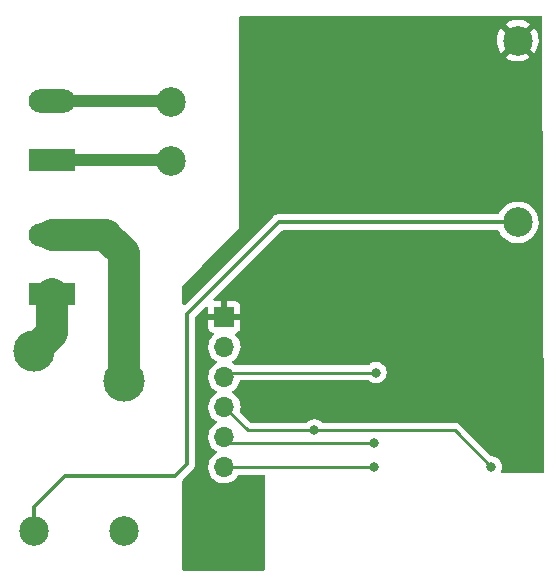
<source format=gbl>
G04 #@! TF.GenerationSoftware,KiCad,Pcbnew,6.0.7-f9a2dced07~116~ubuntu20.04.1*
G04 #@! TF.CreationDate,2022-10-29T19:31:28+02:00*
G04 #@! TF.ProjectId,AC Relay,41432052-656c-4617-992e-6b696361645f,rev?*
G04 #@! TF.SameCoordinates,Original*
G04 #@! TF.FileFunction,Copper,L2,Bot*
G04 #@! TF.FilePolarity,Positive*
%FSLAX46Y46*%
G04 Gerber Fmt 4.6, Leading zero omitted, Abs format (unit mm)*
G04 Created by KiCad (PCBNEW 6.0.7-f9a2dced07~116~ubuntu20.04.1) date 2022-10-29 19:31:28*
%MOMM*%
%LPD*%
G01*
G04 APERTURE LIST*
G04 #@! TA.AperFunction,ComponentPad*
%ADD10C,2.500000*%
G04 #@! TD*
G04 #@! TA.AperFunction,ComponentPad*
%ADD11R,3.960000X1.980000*%
G04 #@! TD*
G04 #@! TA.AperFunction,ComponentPad*
%ADD12O,3.960000X1.980000*%
G04 #@! TD*
G04 #@! TA.AperFunction,ComponentPad*
%ADD13O,1.700000X1.700000*%
G04 #@! TD*
G04 #@! TA.AperFunction,ComponentPad*
%ADD14R,1.700000X1.700000*%
G04 #@! TD*
G04 #@! TA.AperFunction,ComponentPad*
%ADD15C,3.500000*%
G04 #@! TD*
G04 #@! TA.AperFunction,ViaPad*
%ADD16C,0.800000*%
G04 #@! TD*
G04 #@! TA.AperFunction,Conductor*
%ADD17C,2.700000*%
G04 #@! TD*
G04 #@! TA.AperFunction,Conductor*
%ADD18C,0.350000*%
G04 #@! TD*
G04 #@! TA.AperFunction,Conductor*
%ADD19C,0.250000*%
G04 #@! TD*
G04 #@! TA.AperFunction,Conductor*
%ADD20C,1.000000*%
G04 #@! TD*
G04 APERTURE END LIST*
D10*
X85358000Y-55572000D03*
X85358000Y-60572000D03*
X114758000Y-50372000D03*
X114758000Y-65772000D03*
D11*
X75300000Y-60452000D03*
D12*
X75300000Y-55452000D03*
D11*
X75300000Y-71865000D03*
D12*
X75300000Y-66865000D03*
D13*
X89916000Y-86487000D03*
X89916000Y-83947000D03*
X89916000Y-81407000D03*
X89916000Y-78867000D03*
X89916000Y-76327000D03*
D14*
X89916000Y-73787000D03*
D15*
X81392500Y-79213000D03*
X73792500Y-76673000D03*
D10*
X73792500Y-91913000D03*
X81392500Y-91913000D03*
D16*
X102743000Y-78486000D03*
X97536000Y-83367999D03*
X112522000Y-86487000D03*
X102616000Y-84455000D03*
X102616000Y-86487000D03*
D17*
X75300000Y-71865000D02*
X75300000Y-75165500D01*
X75300000Y-75165500D02*
X73792500Y-76673000D01*
X81392500Y-79213000D02*
X81392500Y-68392500D01*
X81392500Y-68392500D02*
X79882000Y-66882000D01*
D18*
X73792500Y-89907500D02*
X73792500Y-91913000D01*
X76451000Y-87249000D02*
X73792500Y-89907500D01*
X85725000Y-87249000D02*
X76451000Y-87249000D01*
X86741000Y-73533000D02*
X86741000Y-86233000D01*
X86741000Y-86233000D02*
X85725000Y-87249000D01*
X94502000Y-65772000D02*
X86741000Y-73533000D01*
X114758000Y-65772000D02*
X94502000Y-65772000D01*
D17*
X75300000Y-66865000D02*
X79865000Y-66865000D01*
D19*
X79865000Y-66865000D02*
X79882000Y-66882000D01*
D20*
X75692000Y-55452000D02*
X85238000Y-55452000D01*
D19*
X85238000Y-55452000D02*
X85358000Y-55572000D01*
X85238000Y-60452000D02*
X85358000Y-60572000D01*
D20*
X75692000Y-60452000D02*
X85238000Y-60452000D01*
D19*
X90297000Y-78486000D02*
X89916000Y-78867000D01*
X102743000Y-78486000D02*
X90297000Y-78486000D01*
X109402999Y-83367999D02*
X112522000Y-86487000D01*
X97536000Y-83367999D02*
X109402999Y-83367999D01*
X91876999Y-83367999D02*
X89916000Y-81407000D01*
X97536000Y-83367999D02*
X91876999Y-83367999D01*
X90424000Y-84455000D02*
X89916000Y-83947000D01*
X102616000Y-84455000D02*
X90424000Y-84455000D01*
X97155000Y-86487000D02*
X102616000Y-86487000D01*
X97155000Y-86487000D02*
X89916000Y-86487000D01*
G04 #@! TA.AperFunction,Conductor*
G36*
X116782534Y-48280002D02*
G01*
X116829027Y-48333658D01*
X116840412Y-48385586D01*
X116966529Y-86851068D01*
X116966586Y-86868587D01*
X116946808Y-86936773D01*
X116893305Y-86983441D01*
X116840587Y-86995000D01*
X113485618Y-86995000D01*
X113417497Y-86974998D01*
X113371004Y-86921342D01*
X113360900Y-86851068D01*
X113365785Y-86830064D01*
X113413502Y-86683206D01*
X113415542Y-86676928D01*
X113419626Y-86638077D01*
X113434814Y-86493565D01*
X113435504Y-86487000D01*
X113428061Y-86416182D01*
X113416232Y-86303635D01*
X113416232Y-86303633D01*
X113415542Y-86297072D01*
X113356527Y-86115444D01*
X113261040Y-85950056D01*
X113164503Y-85842840D01*
X113137675Y-85813045D01*
X113137674Y-85813044D01*
X113133253Y-85808134D01*
X112978752Y-85695882D01*
X112972724Y-85693198D01*
X112972722Y-85693197D01*
X112810319Y-85620891D01*
X112810318Y-85620891D01*
X112804288Y-85618206D01*
X112710888Y-85598353D01*
X112623944Y-85579872D01*
X112623939Y-85579872D01*
X112617487Y-85578500D01*
X112561594Y-85578500D01*
X112493473Y-85558498D01*
X112472499Y-85541595D01*
X111202540Y-84271635D01*
X109906651Y-82975746D01*
X109899111Y-82967460D01*
X109894999Y-82960981D01*
X109845347Y-82914355D01*
X109842506Y-82911601D01*
X109822769Y-82891864D01*
X109819572Y-82889384D01*
X109810550Y-82881679D01*
X109784099Y-82856840D01*
X109778320Y-82851413D01*
X109771374Y-82847594D01*
X109771371Y-82847592D01*
X109760565Y-82841651D01*
X109744046Y-82830800D01*
X109743582Y-82830440D01*
X109728040Y-82818385D01*
X109720771Y-82815240D01*
X109720767Y-82815237D01*
X109687462Y-82800825D01*
X109676812Y-82795608D01*
X109638059Y-82774304D01*
X109618436Y-82769266D01*
X109599733Y-82762862D01*
X109588419Y-82757966D01*
X109588418Y-82757966D01*
X109581144Y-82754818D01*
X109573321Y-82753579D01*
X109573311Y-82753576D01*
X109537475Y-82747900D01*
X109525855Y-82745494D01*
X109490710Y-82736471D01*
X109490709Y-82736471D01*
X109483029Y-82734499D01*
X109462775Y-82734499D01*
X109443064Y-82732948D01*
X109430885Y-82731019D01*
X109423056Y-82729779D01*
X109415164Y-82730525D01*
X109379038Y-82733940D01*
X109367180Y-82734499D01*
X98244200Y-82734499D01*
X98176079Y-82714497D01*
X98156853Y-82698156D01*
X98156580Y-82698459D01*
X98151668Y-82694036D01*
X98147253Y-82689133D01*
X97992752Y-82576881D01*
X97986724Y-82574197D01*
X97986722Y-82574196D01*
X97824319Y-82501890D01*
X97824318Y-82501890D01*
X97818288Y-82499205D01*
X97724887Y-82479352D01*
X97637944Y-82460871D01*
X97637939Y-82460871D01*
X97631487Y-82459499D01*
X97440513Y-82459499D01*
X97434061Y-82460871D01*
X97434056Y-82460871D01*
X97347113Y-82479352D01*
X97253712Y-82499205D01*
X97247682Y-82501890D01*
X97247681Y-82501890D01*
X97085278Y-82574196D01*
X97085276Y-82574197D01*
X97079248Y-82576881D01*
X96924747Y-82689133D01*
X96920332Y-82694036D01*
X96915420Y-82698459D01*
X96914295Y-82697210D01*
X96860986Y-82730050D01*
X96827800Y-82734499D01*
X92191594Y-82734499D01*
X92123473Y-82714497D01*
X92102499Y-82697594D01*
X91267218Y-81862313D01*
X91233192Y-81800001D01*
X91235755Y-81736589D01*
X91246865Y-81700022D01*
X91248370Y-81695069D01*
X91277529Y-81473590D01*
X91279156Y-81407000D01*
X91260852Y-81184361D01*
X91206431Y-80967702D01*
X91117354Y-80762840D01*
X90996014Y-80575277D01*
X90845670Y-80410051D01*
X90841619Y-80406852D01*
X90841615Y-80406848D01*
X90674414Y-80274800D01*
X90674410Y-80274798D01*
X90670359Y-80271598D01*
X90629053Y-80248796D01*
X90579084Y-80198364D01*
X90564312Y-80128921D01*
X90589428Y-80062516D01*
X90616780Y-80035909D01*
X90660603Y-80004650D01*
X90795860Y-79908173D01*
X90954096Y-79750489D01*
X91013594Y-79667689D01*
X91081435Y-79573277D01*
X91084453Y-79569077D01*
X91183430Y-79368811D01*
X91232024Y-79208871D01*
X91270965Y-79149507D01*
X91335819Y-79120620D01*
X91352582Y-79119500D01*
X102034800Y-79119500D01*
X102102921Y-79139502D01*
X102122147Y-79155843D01*
X102122420Y-79155540D01*
X102127332Y-79159963D01*
X102131747Y-79164866D01*
X102286248Y-79277118D01*
X102292276Y-79279802D01*
X102292278Y-79279803D01*
X102454681Y-79352109D01*
X102460712Y-79354794D01*
X102548495Y-79373453D01*
X102641056Y-79393128D01*
X102641061Y-79393128D01*
X102647513Y-79394500D01*
X102838487Y-79394500D01*
X102844939Y-79393128D01*
X102844944Y-79393128D01*
X102937505Y-79373453D01*
X103025288Y-79354794D01*
X103031319Y-79352109D01*
X103193722Y-79279803D01*
X103193724Y-79279802D01*
X103199752Y-79277118D01*
X103354253Y-79164866D01*
X103447084Y-79061767D01*
X103477621Y-79027852D01*
X103477622Y-79027851D01*
X103482040Y-79022944D01*
X103577527Y-78857556D01*
X103636542Y-78675928D01*
X103656504Y-78486000D01*
X103655814Y-78479435D01*
X103637232Y-78302635D01*
X103637232Y-78302633D01*
X103636542Y-78296072D01*
X103577527Y-78114444D01*
X103482040Y-77949056D01*
X103387925Y-77844530D01*
X103358675Y-77812045D01*
X103358674Y-77812044D01*
X103354253Y-77807134D01*
X103199752Y-77694882D01*
X103193724Y-77692198D01*
X103193722Y-77692197D01*
X103031319Y-77619891D01*
X103031318Y-77619891D01*
X103025288Y-77617206D01*
X102926200Y-77596144D01*
X102844944Y-77578872D01*
X102844939Y-77578872D01*
X102838487Y-77577500D01*
X102647513Y-77577500D01*
X102641061Y-77578872D01*
X102641056Y-77578872D01*
X102559800Y-77596144D01*
X102460712Y-77617206D01*
X102454682Y-77619891D01*
X102454681Y-77619891D01*
X102292278Y-77692197D01*
X102292276Y-77692198D01*
X102286248Y-77694882D01*
X102280907Y-77698762D01*
X102280906Y-77698763D01*
X102235713Y-77731598D01*
X102131747Y-77807134D01*
X102127332Y-77812037D01*
X102122420Y-77816460D01*
X102121295Y-77815211D01*
X102067986Y-77848051D01*
X102034800Y-77852500D01*
X90867202Y-77852500D01*
X90799081Y-77832498D01*
X90789110Y-77825382D01*
X90674414Y-77734800D01*
X90674410Y-77734798D01*
X90670359Y-77731598D01*
X90629053Y-77708796D01*
X90579084Y-77658364D01*
X90564312Y-77588921D01*
X90589428Y-77522516D01*
X90616780Y-77495909D01*
X90660603Y-77464650D01*
X90795860Y-77368173D01*
X90954096Y-77210489D01*
X91013594Y-77127689D01*
X91081435Y-77033277D01*
X91084453Y-77029077D01*
X91183430Y-76828811D01*
X91248370Y-76615069D01*
X91277529Y-76393590D01*
X91279156Y-76327000D01*
X91260852Y-76104361D01*
X91206431Y-75887702D01*
X91117354Y-75682840D01*
X90996014Y-75495277D01*
X90992540Y-75491459D01*
X90992533Y-75491450D01*
X90848435Y-75333088D01*
X90817383Y-75269242D01*
X90825779Y-75198744D01*
X90870956Y-75143976D01*
X90897400Y-75130307D01*
X91004052Y-75090325D01*
X91019649Y-75081786D01*
X91121724Y-75005285D01*
X91134285Y-74992724D01*
X91210786Y-74890649D01*
X91219324Y-74875054D01*
X91264478Y-74754606D01*
X91268105Y-74739351D01*
X91273631Y-74688486D01*
X91274000Y-74681672D01*
X91274000Y-74059115D01*
X91269525Y-74043876D01*
X91268135Y-74042671D01*
X91260452Y-74041000D01*
X88576116Y-74041000D01*
X88560877Y-74045475D01*
X88559672Y-74046865D01*
X88558001Y-74054548D01*
X88558001Y-74681669D01*
X88558371Y-74688490D01*
X88563895Y-74739352D01*
X88567521Y-74754604D01*
X88612676Y-74875054D01*
X88621214Y-74890649D01*
X88697715Y-74992724D01*
X88710276Y-75005285D01*
X88812351Y-75081786D01*
X88827946Y-75090324D01*
X88936827Y-75131142D01*
X88993591Y-75173784D01*
X89018291Y-75240345D01*
X89003083Y-75309694D01*
X88983691Y-75336175D01*
X88860200Y-75465401D01*
X88856629Y-75469138D01*
X88730743Y-75653680D01*
X88636688Y-75856305D01*
X88576989Y-76071570D01*
X88553251Y-76293695D01*
X88553548Y-76298848D01*
X88553548Y-76298851D01*
X88559011Y-76393590D01*
X88566110Y-76516715D01*
X88567247Y-76521761D01*
X88567248Y-76521767D01*
X88587119Y-76609939D01*
X88615222Y-76734639D01*
X88699266Y-76941616D01*
X88815987Y-77132088D01*
X88962250Y-77300938D01*
X89134126Y-77443632D01*
X89204595Y-77484811D01*
X89207445Y-77486476D01*
X89256169Y-77538114D01*
X89269240Y-77607897D01*
X89242509Y-77673669D01*
X89202055Y-77707027D01*
X89189607Y-77713507D01*
X89185474Y-77716610D01*
X89185471Y-77716612D01*
X89015100Y-77844530D01*
X89010965Y-77847635D01*
X88856629Y-78009138D01*
X88730743Y-78193680D01*
X88636688Y-78396305D01*
X88576989Y-78611570D01*
X88553251Y-78833695D01*
X88566110Y-79056715D01*
X88567247Y-79061761D01*
X88567248Y-79061767D01*
X88580259Y-79119500D01*
X88615222Y-79274639D01*
X88699266Y-79481616D01*
X88815987Y-79672088D01*
X88962250Y-79840938D01*
X89134126Y-79983632D01*
X89204595Y-80024811D01*
X89207445Y-80026476D01*
X89256169Y-80078114D01*
X89269240Y-80147897D01*
X89242509Y-80213669D01*
X89202055Y-80247027D01*
X89189607Y-80253507D01*
X89185474Y-80256610D01*
X89185471Y-80256612D01*
X89161247Y-80274800D01*
X89010965Y-80387635D01*
X88856629Y-80549138D01*
X88730743Y-80733680D01*
X88715003Y-80767590D01*
X88656918Y-80892724D01*
X88636688Y-80936305D01*
X88576989Y-81151570D01*
X88553251Y-81373695D01*
X88553548Y-81378848D01*
X88553548Y-81378851D01*
X88559011Y-81473590D01*
X88566110Y-81596715D01*
X88567247Y-81601761D01*
X88567248Y-81601767D01*
X88587119Y-81689939D01*
X88615222Y-81814639D01*
X88699266Y-82021616D01*
X88815987Y-82212088D01*
X88962250Y-82380938D01*
X89134126Y-82523632D01*
X89204595Y-82564811D01*
X89207445Y-82566476D01*
X89256169Y-82618114D01*
X89269240Y-82687897D01*
X89242509Y-82753669D01*
X89202055Y-82787027D01*
X89189607Y-82793507D01*
X89185474Y-82796610D01*
X89185471Y-82796612D01*
X89054873Y-82894668D01*
X89010965Y-82927635D01*
X88856629Y-83089138D01*
X88730743Y-83273680D01*
X88636688Y-83476305D01*
X88576989Y-83691570D01*
X88553251Y-83913695D01*
X88553548Y-83918848D01*
X88553548Y-83918851D01*
X88563038Y-84083444D01*
X88566110Y-84136715D01*
X88567247Y-84141761D01*
X88567248Y-84141767D01*
X88591304Y-84248508D01*
X88615222Y-84354639D01*
X88699266Y-84561616D01*
X88815987Y-84752088D01*
X88962250Y-84920938D01*
X89134126Y-85063632D01*
X89176683Y-85088500D01*
X89207445Y-85106476D01*
X89256169Y-85158114D01*
X89269240Y-85227897D01*
X89242509Y-85293669D01*
X89202055Y-85327027D01*
X89189607Y-85333507D01*
X89185474Y-85336610D01*
X89185471Y-85336612D01*
X89042935Y-85443631D01*
X89010965Y-85467635D01*
X89007393Y-85471373D01*
X88911702Y-85571508D01*
X88856629Y-85629138D01*
X88730743Y-85813680D01*
X88636688Y-86016305D01*
X88576989Y-86231570D01*
X88553251Y-86453695D01*
X88553548Y-86458848D01*
X88553548Y-86458851D01*
X88560554Y-86580355D01*
X88566110Y-86676715D01*
X88567247Y-86681761D01*
X88567248Y-86681767D01*
X88579506Y-86736156D01*
X88615222Y-86894639D01*
X88699266Y-87101616D01*
X88815987Y-87292088D01*
X88962250Y-87460938D01*
X89134126Y-87603632D01*
X89327000Y-87716338D01*
X89535692Y-87796030D01*
X89540760Y-87797061D01*
X89540763Y-87797062D01*
X89648017Y-87818883D01*
X89754597Y-87840567D01*
X89759772Y-87840757D01*
X89759774Y-87840757D01*
X89972673Y-87848564D01*
X89972677Y-87848564D01*
X89977837Y-87848753D01*
X89982957Y-87848097D01*
X89982959Y-87848097D01*
X90194288Y-87821025D01*
X90194289Y-87821025D01*
X90199416Y-87820368D01*
X90204366Y-87818883D01*
X90408429Y-87757661D01*
X90408434Y-87757659D01*
X90413384Y-87756174D01*
X90613994Y-87657896D01*
X90795860Y-87528173D01*
X90954096Y-87370489D01*
X90964656Y-87355794D01*
X91081435Y-87193277D01*
X91084453Y-87189077D01*
X91086746Y-87184437D01*
X91088446Y-87181608D01*
X91140674Y-87133518D01*
X91196451Y-87120500D01*
X93219000Y-87120500D01*
X93287121Y-87140502D01*
X93333614Y-87194158D01*
X93345000Y-87246500D01*
X93345000Y-95124000D01*
X93324998Y-95192121D01*
X93271342Y-95238614D01*
X93219000Y-95250000D01*
X86486000Y-95250000D01*
X86417879Y-95229998D01*
X86371386Y-95176342D01*
X86360000Y-95124000D01*
X86360000Y-87632805D01*
X86380002Y-87564684D01*
X86396905Y-87543710D01*
X87204459Y-86736156D01*
X87210724Y-86730302D01*
X87246945Y-86698704D01*
X87252670Y-86693710D01*
X87288066Y-86643345D01*
X87291980Y-86638077D01*
X87325248Y-86595649D01*
X87329935Y-86589672D01*
X87333061Y-86582748D01*
X87335671Y-86578439D01*
X87341042Y-86569024D01*
X87343427Y-86564576D01*
X87347795Y-86558361D01*
X87370144Y-86501039D01*
X87372698Y-86494962D01*
X87379258Y-86480435D01*
X87398014Y-86438895D01*
X87399400Y-86431418D01*
X87400910Y-86426598D01*
X87403878Y-86416182D01*
X87405131Y-86411302D01*
X87407889Y-86404228D01*
X87415921Y-86343223D01*
X87416953Y-86336710D01*
X87426777Y-86283701D01*
X87426777Y-86283699D01*
X87428161Y-86276232D01*
X87424709Y-86216357D01*
X87424500Y-86209105D01*
X87424500Y-73868305D01*
X87444502Y-73800184D01*
X87461405Y-73779210D01*
X88342905Y-72897710D01*
X88405217Y-72863684D01*
X88476032Y-72868749D01*
X88532868Y-72911296D01*
X88557679Y-72977816D01*
X88558000Y-72986805D01*
X88558000Y-73514885D01*
X88562475Y-73530124D01*
X88563865Y-73531329D01*
X88571548Y-73533000D01*
X89643885Y-73533000D01*
X89659124Y-73528525D01*
X89660329Y-73527135D01*
X89662000Y-73519452D01*
X89662000Y-73514885D01*
X90170000Y-73514885D01*
X90174475Y-73530124D01*
X90175865Y-73531329D01*
X90183548Y-73533000D01*
X91255884Y-73533000D01*
X91271123Y-73528525D01*
X91272328Y-73527135D01*
X91273999Y-73519452D01*
X91273999Y-72892331D01*
X91273629Y-72885510D01*
X91268105Y-72834648D01*
X91264479Y-72819396D01*
X91219324Y-72698946D01*
X91210786Y-72683351D01*
X91134285Y-72581276D01*
X91121724Y-72568715D01*
X91019649Y-72492214D01*
X91004054Y-72483676D01*
X90883606Y-72438522D01*
X90868351Y-72434895D01*
X90817486Y-72429369D01*
X90810672Y-72429000D01*
X90188115Y-72429000D01*
X90172876Y-72433475D01*
X90171671Y-72434865D01*
X90170000Y-72442548D01*
X90170000Y-73514885D01*
X89662000Y-73514885D01*
X89662000Y-72447116D01*
X89657525Y-72431877D01*
X89656135Y-72430672D01*
X89648452Y-72429001D01*
X89115804Y-72429001D01*
X89047683Y-72408999D01*
X89001190Y-72355343D01*
X88991086Y-72285069D01*
X89020580Y-72220489D01*
X89026709Y-72213906D01*
X94748210Y-66492405D01*
X94810522Y-66458379D01*
X94837305Y-66455500D01*
X113053556Y-66455500D01*
X113121677Y-66475502D01*
X113164548Y-66521862D01*
X113213753Y-66613437D01*
X113270737Y-66719491D01*
X113273532Y-66723234D01*
X113273534Y-66723237D01*
X113424330Y-66925177D01*
X113424335Y-66925183D01*
X113427122Y-66928915D01*
X113430431Y-66932195D01*
X113430436Y-66932201D01*
X113609426Y-67109635D01*
X113612743Y-67112923D01*
X113616505Y-67115681D01*
X113616508Y-67115684D01*
X113819750Y-67264707D01*
X113823524Y-67267474D01*
X113827667Y-67269654D01*
X113827669Y-67269655D01*
X114050684Y-67386989D01*
X114050689Y-67386991D01*
X114054834Y-67389172D01*
X114301590Y-67475344D01*
X114306183Y-67476216D01*
X114553785Y-67523224D01*
X114553788Y-67523224D01*
X114558374Y-67524095D01*
X114688958Y-67529226D01*
X114814875Y-67534174D01*
X114814881Y-67534174D01*
X114819543Y-67534357D01*
X114898977Y-67525657D01*
X115074707Y-67506412D01*
X115074712Y-67506411D01*
X115079360Y-67505902D01*
X115192116Y-67476216D01*
X115327594Y-67440548D01*
X115327596Y-67440547D01*
X115332117Y-67439357D01*
X115572262Y-67336182D01*
X115794519Y-67198646D01*
X115798082Y-67195629D01*
X115798087Y-67195626D01*
X115990439Y-67032787D01*
X115990440Y-67032786D01*
X115994005Y-67029768D01*
X116085729Y-66925177D01*
X116163257Y-66836774D01*
X116163261Y-66836769D01*
X116166339Y-66833259D01*
X116307733Y-66613437D01*
X116415083Y-66375129D01*
X116440022Y-66286704D01*
X116484760Y-66128076D01*
X116484761Y-66128073D01*
X116486030Y-66123572D01*
X116499968Y-66014010D01*
X116518616Y-65867421D01*
X116518616Y-65867417D01*
X116519014Y-65864291D01*
X116519302Y-65853321D01*
X116521348Y-65775160D01*
X116521431Y-65772000D01*
X116502061Y-65511348D01*
X116494546Y-65478133D01*
X116445408Y-65260980D01*
X116444377Y-65256423D01*
X116414410Y-65179362D01*
X116351340Y-65017176D01*
X116351339Y-65017173D01*
X116349647Y-65012823D01*
X116219951Y-64785902D01*
X116058138Y-64580643D01*
X115867763Y-64401557D01*
X115653009Y-64252576D01*
X115648816Y-64250508D01*
X115422781Y-64139040D01*
X115422778Y-64139039D01*
X115418593Y-64136975D01*
X115372449Y-64122204D01*
X115174123Y-64058720D01*
X115169665Y-64057293D01*
X114911693Y-64015279D01*
X114797942Y-64013790D01*
X114655022Y-64011919D01*
X114655019Y-64011919D01*
X114650345Y-64011858D01*
X114391362Y-64047104D01*
X114140433Y-64120243D01*
X114136180Y-64122203D01*
X114136179Y-64122204D01*
X114099659Y-64139040D01*
X113903072Y-64229668D01*
X113864067Y-64255241D01*
X113688404Y-64370410D01*
X113688399Y-64370414D01*
X113684491Y-64372976D01*
X113489494Y-64547018D01*
X113322363Y-64747970D01*
X113186771Y-64971419D01*
X113184962Y-64975733D01*
X113170079Y-65011225D01*
X113125290Y-65066312D01*
X113053882Y-65088500D01*
X94530045Y-65088500D01*
X94521476Y-65088208D01*
X94473542Y-65084940D01*
X94473538Y-65084940D01*
X94465966Y-65084424D01*
X94458489Y-65085729D01*
X94458486Y-65085729D01*
X94405353Y-65095002D01*
X94398829Y-65095965D01*
X94345309Y-65102442D01*
X94337765Y-65103355D01*
X94330655Y-65106042D01*
X94325752Y-65107246D01*
X94315266Y-65110114D01*
X94310474Y-65111561D01*
X94302996Y-65112866D01*
X94296044Y-65115918D01*
X94296043Y-65115918D01*
X94246656Y-65137596D01*
X94240551Y-65140087D01*
X94190125Y-65159142D01*
X94190119Y-65159145D01*
X94183011Y-65161831D01*
X94176747Y-65166137D01*
X94172251Y-65168487D01*
X94162819Y-65173737D01*
X94158473Y-65176307D01*
X94151514Y-65179362D01*
X94145484Y-65183989D01*
X94102691Y-65216824D01*
X94097366Y-65220693D01*
X94046674Y-65255534D01*
X94041623Y-65261203D01*
X94041622Y-65261204D01*
X94006768Y-65300323D01*
X94001787Y-65305598D01*
X86575595Y-72731790D01*
X86513283Y-72765816D01*
X86442468Y-72760751D01*
X86385632Y-72718204D01*
X86360821Y-72651684D01*
X86360500Y-72642695D01*
X86360500Y-71170722D01*
X86380502Y-71102601D01*
X86396255Y-71082791D01*
X87988629Y-69448513D01*
X87989779Y-69447349D01*
X90987308Y-66449820D01*
X90996845Y-66442200D01*
X90996531Y-66441831D01*
X91003364Y-66436016D01*
X91010958Y-66431224D01*
X91046585Y-66390883D01*
X91051931Y-66385197D01*
X91063383Y-66373745D01*
X91069660Y-66365370D01*
X91076045Y-66357527D01*
X91101436Y-66328777D01*
X91107378Y-66322049D01*
X91111194Y-66313922D01*
X91112807Y-66311466D01*
X91121823Y-66296463D01*
X91123234Y-66293885D01*
X91128616Y-66286704D01*
X91145239Y-66242363D01*
X91149164Y-66233048D01*
X91168450Y-66191971D01*
X91168453Y-66191963D01*
X91169281Y-66190200D01*
X91169341Y-66189814D01*
X91173440Y-66179891D01*
X91186000Y-66167000D01*
X91186000Y-66086076D01*
X91186167Y-66081754D01*
X91186500Y-66079614D01*
X91186500Y-66064090D01*
X91186847Y-66054752D01*
X91189875Y-66014010D01*
X91189875Y-66014009D01*
X91190540Y-66005059D01*
X91188666Y-65996282D01*
X91188104Y-65988031D01*
X91186500Y-65972834D01*
X91186500Y-53520250D01*
X91188246Y-53499345D01*
X91190770Y-53484344D01*
X91190770Y-53484341D01*
X91191576Y-53479552D01*
X91191729Y-53467000D01*
X91191038Y-53462175D01*
X91191017Y-53461857D01*
X91190271Y-53455250D01*
X91186430Y-53408895D01*
X91186000Y-53398490D01*
X91186000Y-51781133D01*
X113713612Y-51781133D01*
X113722325Y-51792653D01*
X113820018Y-51864284D01*
X113827928Y-51869227D01*
X114050890Y-51986533D01*
X114059453Y-51990256D01*
X114297304Y-52073318D01*
X114306313Y-52075732D01*
X114553842Y-52122727D01*
X114563098Y-52123781D01*
X114814857Y-52133673D01*
X114824171Y-52133347D01*
X115074615Y-52105920D01*
X115083792Y-52104219D01*
X115327431Y-52040074D01*
X115336251Y-52037037D01*
X115567736Y-51937583D01*
X115576008Y-51933276D01*
X115790249Y-51800700D01*
X115797188Y-51795658D01*
X115805518Y-51783019D01*
X115799456Y-51772666D01*
X114770812Y-50744022D01*
X114756868Y-50736408D01*
X114755035Y-50736539D01*
X114748420Y-50740790D01*
X113720270Y-51768940D01*
X113713612Y-51781133D01*
X91186000Y-51781133D01*
X91186000Y-50330523D01*
X112995898Y-50330523D01*
X113007987Y-50582175D01*
X113009124Y-50591435D01*
X113058274Y-50838535D01*
X113060768Y-50847528D01*
X113145900Y-51084639D01*
X113149700Y-51093174D01*
X113268946Y-51315101D01*
X113273957Y-51322968D01*
X113337446Y-51407990D01*
X113348704Y-51416439D01*
X113361123Y-51409667D01*
X114385978Y-50384812D01*
X114392356Y-50373132D01*
X115122408Y-50373132D01*
X115122539Y-50374965D01*
X115126790Y-50381580D01*
X116157913Y-51412703D01*
X116170293Y-51419463D01*
X116178634Y-51413219D01*
X116304765Y-51217127D01*
X116309212Y-51208936D01*
X116412691Y-50979222D01*
X116415882Y-50970455D01*
X116484269Y-50727976D01*
X116486129Y-50718834D01*
X116518116Y-50467396D01*
X116518597Y-50461108D01*
X116520847Y-50375160D01*
X116520696Y-50368851D01*
X116501912Y-50116074D01*
X116500536Y-50106868D01*
X116444929Y-49861126D01*
X116442205Y-49852215D01*
X116350888Y-49617392D01*
X116346877Y-49608983D01*
X116221854Y-49390240D01*
X116216643Y-49382514D01*
X116179391Y-49335261D01*
X116167466Y-49326790D01*
X116155934Y-49333276D01*
X115130022Y-50359188D01*
X115122408Y-50373132D01*
X114392356Y-50373132D01*
X114393592Y-50370868D01*
X114393461Y-50369035D01*
X114389210Y-50362420D01*
X113359321Y-49332531D01*
X113346013Y-49325264D01*
X113335974Y-49332386D01*
X113325761Y-49344666D01*
X113320346Y-49352258D01*
X113189646Y-49567646D01*
X113185408Y-49575963D01*
X113087981Y-49808299D01*
X113085020Y-49817149D01*
X113023006Y-50061331D01*
X113021384Y-50070528D01*
X112996143Y-50321198D01*
X112995898Y-50330523D01*
X91186000Y-50330523D01*
X91186000Y-48960803D01*
X113711216Y-48960803D01*
X113715789Y-48970579D01*
X114745188Y-49999978D01*
X114759132Y-50007592D01*
X114760965Y-50007461D01*
X114767580Y-50003210D01*
X115796419Y-48974371D01*
X115802803Y-48962681D01*
X115793391Y-48950570D01*
X115656593Y-48855670D01*
X115648565Y-48850942D01*
X115422593Y-48739505D01*
X115413960Y-48736017D01*
X115173998Y-48659205D01*
X115164938Y-48657029D01*
X114916260Y-48616529D01*
X114906973Y-48615717D01*
X114655053Y-48612419D01*
X114645742Y-48612989D01*
X114396097Y-48646964D01*
X114386978Y-48648902D01*
X114145098Y-48719404D01*
X114136367Y-48722667D01*
X113907558Y-48828151D01*
X113899406Y-48832670D01*
X113720353Y-48950062D01*
X113711216Y-48960803D01*
X91186000Y-48960803D01*
X91186000Y-48386000D01*
X91206002Y-48317879D01*
X91259658Y-48271386D01*
X91312000Y-48260000D01*
X116714413Y-48260000D01*
X116782534Y-48280002D01*
G37*
G04 #@! TD.AperFunction*
M02*

</source>
